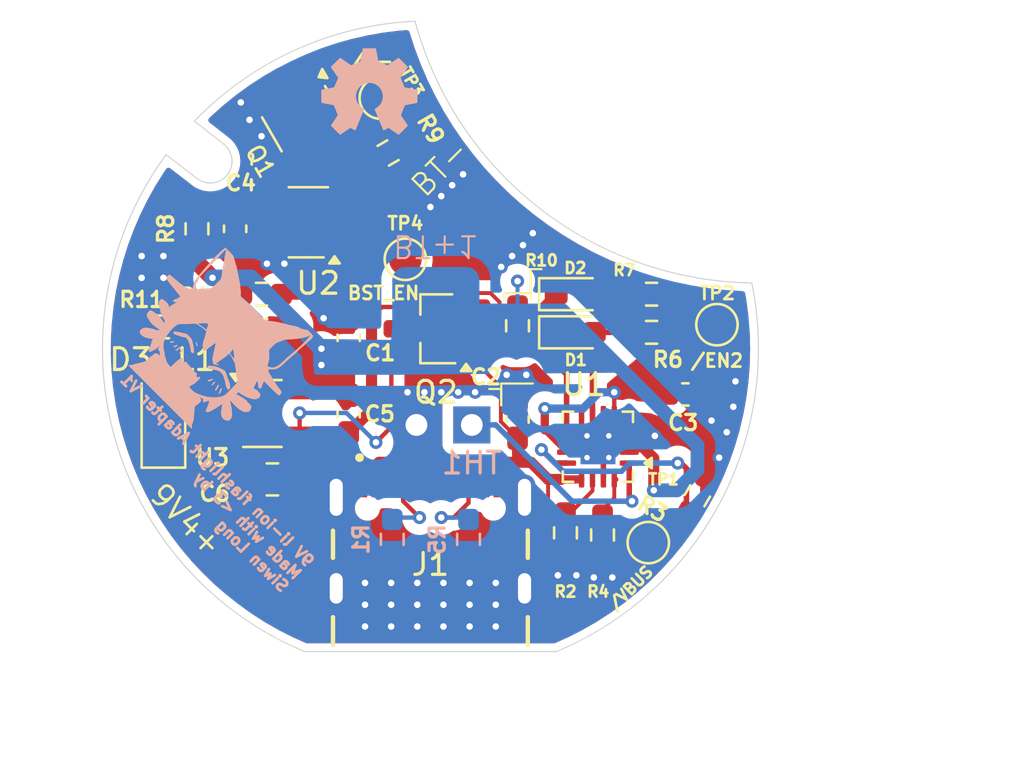
<source format=kicad_pcb>
(kicad_pcb (version 20241229) (generator "pcbnew") (generator_version "9.0")
  (layers (0 "F.Cu" signal) (2 "B.Cu" signal) (13 "F.Paste" user) (15 "B.Paste" user) (5 "F.SilkS" user "F.Silkscreen") (7 "B.SilkS" user "B.Silkscreen") (1 "F.Mask" user) (3 "B.Mask" user) (25 "Edge.Cuts" user))
  (net 0 "")
  (net 1 "Net-(D3-K)")
  (net 2 "/BAT")
  (net 3 "GND")
  (net 4 "/VBUS")
  (net 5 "/EN2")
  (net 6 "Net-(U2-VCC)")
  (net 7 "Net-(D1-A)")
  (net 8 "Net-(D1-K)")
  (net 9 "Net-(D2-A)")
  (net 10 "Net-(D2-K)")
  (net 11 "Net-(D3-A)")
  (net 12 "Net-(J1-CC2)")
  (net 15 "Net-(J1-CC1)")
  (net 20 "Net-(U1-TMR)")
  (net 21 "Net-(U1-ILIM)")
  (net 22 "Net-(U1-ISET)")
  (net 23 "Net-(U2-CS)")
  (net 24 "Net-(U3-FB)")
  (net 25 "/TS")
  (net 27 "Net-(U2-OD)")
  (net 29 "Net-(U2-OC)")
  (net 30 "Net-(Q2-D)")
  (net 31 "/P-")
  (footprint "LED_SMD:LED_0603_1608Metric_Pad1.05x0.95mm_HandSolder" (layer "F.Cu") (at 152.15 91)
    (property "Reference" "D2" (at 0 -1.2 0) (layer "F.SilkS") (effects (font (size 0.508 0.508) (thickness 0.127))))
    (property "Value" "GREEN")
    (pad "1" smd roundrect (at -0.875 0) (size 1.05 0.95) (layers "F.Cu" "F.Mask" "F.Paste") (net 10 "Net-(D2-K)"))
    (pad "2" smd roundrect (at 0.875 0) (size 1.05 0.95) (layers "F.Cu" "F.Mask" "F.Paste") (net 9 "Net-(D2-A)"))
  )
  (footprint "Package_TO_SOT_SMD:SOT-23-6_Handsoldering" (layer "F.Cu") (at 139.9 87.7 180)
    (property "Reference" "U2" (at -0.45 -2.8 0) (layer "F.SilkS"))
    (property "Value" "DW01A")
    (pad "1" smd roundrect (at -1.35 -0.95 180) (size 1.56 0.65) (layers "F.Cu" "F.Mask" "F.Paste") (net 27 "Net-(U2-OD)"))
    (pad "2" smd roundrect (at -1.35 0 180) (size 1.56 0.65) (layers "F.Cu" "F.Mask" "F.Paste") (net 23 "Net-(U2-CS)"))
    (pad "3" smd roundrect (at -1.35 0.95 180) (size 1.56 0.65) (layers "F.Cu" "F.Mask" "F.Paste") (net 29 "Net-(U2-OC)"))
    (pad "4" smd roundrect (at 1.35 0.95 180) (size 1.56 0.65) (layers "F.Cu" "F.Mask" "F.Paste"))
    (pad "5" smd roundrect (at 1.35 0 180) (size 1.56 0.65) (layers "F.Cu" "F.Mask" "F.Paste") (net 6 "Net-(U2-VCC)"))
    (pad "6" smd roundrect (at 1.35 -0.95 180) (size 1.56 0.65) (layers "F.Cu" "F.Mask" "F.Paste") (net 3 "GND"))
  )
  (footprint "LED_SMD:LED_0603_1608Metric_Pad1.05x0.95mm_HandSolder" (layer "F.Cu") (at 152.15 92.75)
    (property "Reference" "D1" (at 0.02125 1.27 0) (layer "F.SilkS") (effects (font (size 0.508 0.508) (thickness 0.127) (bold yes))))
    (property "Value" "RED")
    (pad "1" smd roundrect (at -0.875 0) (size 1.05 0.95) (layers "F.Cu" "F.Mask" "F.Paste") (net 8 "Net-(D1-K)"))
    (pad "2" smd roundrect (at 0.875 0) (size 1.05 0.95) (layers "F.Cu" "F.Mask" "F.Paste") (net 7 "Net-(D1-A)"))
  )
  (footprint "Inductor_SMD:L_1008_2520Metric_Pad1.43x2.20mm_HandSolder" (layer "F.Cu") (at 137.75 93.25 180)
    (property "Reference" "L1" (at 3 -0.75 180) (layer "F.SilkS"))
    (property "Value" "4.7uH")
    (pad "1" smd roundrect (at -1.1625 0 180) (size 1.425 2.2) (layers "F.Cu" "F.Mask" "F.Paste") (roundrect_rratio 0.175439) (net 2 "/BAT"))
    (pad "2" smd roundrect (at 1.1625 0 180) (size 1.425 2.2) (layers "F.Cu" "F.Mask" "F.Paste") (roundrect_rratio 0.175439) (net 11 "Net-(D3-A)"))
  )
  (footprint "Package_TO_SOT_SMD:TSOT-23-5_HandSoldering" (layer "F.Cu") (at 137.79 96.45)
    (property "Reference" "U3" (at -2.29 2.05 0) (layer "F.SilkS") (effects (font (size 0.762 0.762))))
    (property "Value" "MIC2295YD5-TR")
    (pad "1" smd roundrect (at -1.71 -0.95) (size 2 0.65) (layers "F.Cu" "F.Mask" "F.Paste") (net 11 "Net-(D3-A)"))
    (pad "2" smd roundrect (at -1.71 0) (size 2 0.65) (layers "F.Cu" "F.Mask" "F.Paste") (net 31 "/P-"))
    (pad "3" smd roundrect (at -1.71 0.95) (size 2 0.65) (layers "F.Cu" "F.Mask" "F.Paste") (net 24 "Net-(U3-FB)"))
    (pad "4" smd roundrect (at 1.71 0.95) (size 2 0.65) (layers "F.Cu" "F.Mask" "F.Paste") (net 30 "Net-(Q2-D)"))
    (pad "5" smd roundrect (at 1.71 -0.95) (size 2 0.65) (layers "F.Cu" "F.Mask" "F.Paste") (net 2 "/BAT"))
  )
  (footprint "Capacitor_SMD:C_0603_1608Metric_Pad1.08x0.95mm_HandSolder" (layer "F.Cu") (at 141.75 96.5 -90)
    (property "Reference" "C5" (at 0 -1.43 0) (layer "F.SilkS") (effects (font (size 0.7 0.7) (thickness 0.15) (bold yes))))
    (property "Value" "4.7 uF")
    (pad "1" smd roundrect (at -0.8625 0 270) (size 1.075 0.95) (layers "F.Cu" "F.Mask" "F.Paste") (net 2 "/BAT"))
    (pad "2" smd roundrect (at 0.8625 0 270) (size 1.075 0.95) (layers "F.Cu" "F.Mask" "F.Paste") (net 31 "/P-"))
  )
  (footprint "TestPoint:TestPoint_Pad_D1.5mm" (layer "F.Cu") (at 158.65 92.4)
    (property "Reference" "TP2" (at 0.01 -1.45 0) (layer "F.SilkS") (effects (font (size 0.6 0.6) (thickness 0.13) (bold yes))))
    (property "Value" "OUT")
    (fp_text user "${NET_NAME(1)}" (at 0 2 0) (layer "F.SilkS") (effects (font (size 0.6 0.6) (thickness 0.13) (bold yes)) (justify bottom)))
    (pad "1" smd circle (at 0 0) (size 1.5 1.5) (layers "F.Cu" "F.Mask") (net 5 "/EN2"))
  )
  (footprint "Package_DFN_QFN:VQFN-16-1EP_3x3mm_P0.5mm_EP1.6x1.6mm_ThermalVias" (layer "F.Cu") (at 153.1875 98 180)
    (property "Reference" "U1" (at 0.6375 2.85 0) (layer "F.SilkS"))
    (property "Value" "BQ24074RGT")
    (pad "1" smd roundrect (at -1.4375 -0.75 180) (size 0.875 0.25) (layers "F.Cu" "F.Mask" "F.Paste") (net 25 "/TS"))
    (pad "2" smd roundrect (at -1.4375 -0.25 180) (size 0.875 0.25) (layers "F.Cu" "F.Mask" "F.Paste") (net 2 "/BAT"))
    (pad "3" smd roundrect (at -1.4375 0.25 180) (size 0.875 0.25) (layers "F.Cu" "F.Mask" "F.Paste") (net 2 "/BAT"))
    (pad "4" smd roundrect (at -1.4375 0.75 180) (size 0.875 0.25) (layers "F.Cu" "F.Mask" "F.Paste") (net 3 "GND"))
    (pad "5" smd roundrect (at -0.75 1.4375 180) (size 0.25 0.875) (layers "F.Cu" "F.Mask" "F.Paste") (net 5 "/EN2"))
    (pad "6" smd roundrect (at -0.25 1.4375 180) (size 0.25 0.875) (layers "F.Cu" "F.Mask" "F.Paste") (net 3 "GND"))
    (pad "7" smd roundrect (at 0.25 1.4375 180) (size 0.25 0.875) (layers "F.Cu" "F.Mask" "F.Paste") (net 8 "Net-(D1-K)"))
    (pad "8" smd roundrect (at 0.75 1.4375 180) (size 0.25 0.875) (layers "F.Cu" "F.Mask" "F.Paste") (net 3 "GND"))
    (pad "9" smd roundrect (at 1.4375 0.75 180) (size 0.875 0.25) (layers "F.Cu" "F.Mask" "F.Paste") (net 10 "Net-(D2-K)"))
    (pad "10" smd roundrect (at 1.4375 0.25 180) (size 0.875 0.25) (layers "F.Cu" "F.Mask" "F.Paste") (net 5 "/EN2"))
    (pad "11" smd roundrect (at 1.4375 -0.25 180) (size 0.875 0.25) (layers "F.Cu" "F.Mask" "F.Paste") (net 5 "/EN2"))
    (pad "12" smd roundrect (at 1.4375 -0.75 180) (size 0.875 0.25) (layers "F.Cu" "F.Mask" "F.Paste") (net 21 "Net-(U1-ILIM)"))
    (pad "13" smd roundrect (at 0.75 -1.4375 180) (size 0.25 0.875) (layers "F.Cu" "F.Mask" "F.Paste") (net 4 "/VBUS"))
    (pad "14" smd roundrect (at 0.25 -1.4375 180) (size 0.25 0.875) (layers "F.Cu" "F.Mask" "F.Paste") (net 20 "Net-(U1-TMR)"))
    (pad "15" smd roundrect (at -0.25 -1.4375 180) (size 0.25 0.875) (layers "F.Cu" "F.Mask" "F.Paste") (net 3 "GND"))
    (pad "16" smd roundrect (at -0.75 -1.4375 180) (size 0.25 0.875) (layers "F.Cu" "F.Mask" "F.Paste") (net 22 "Net-(U1-ISET)"))
    (pad "17" thru_hole circle (at -0.5 -0.5 180) (size 0.508 0.508) (drill 0.254) (property pad_prop_heatsink) (layers "*.Cu") (net 3 "GND"))
    (pad "17" thru_hole circle (at -0.5 0.5 180) (size 0.508 0.508) (drill 0.254) (property pad_prop_heatsink) (layers "*.Cu") (net 3 "GND"))
    (pad "17" smd rect (at 0 0 180) (size 1.6 1.6) (property pad_prop_heatsink) (layers "F.Cu" "F.Mask") (net 3 "GND"))
    (pad "17" smd rect (at 0 0 180) (size 1.6 1.6) (property pad_prop_heatsink) (layers "B.Cu") (net 3 "GND"))
    (pad "17" thru_hole circle (at 0.5 -0.5 180) (size 0.508 0.508) (drill 0.254) (property pad_prop_heatsink) (layers "*.Cu") (net 3 "GND"))
    (pad "17" thru_hole circle (at 0.5 0.5 180) (size 0.508 0.508) (drill 0.254) (property pad_prop_heatsink) (layers "*.Cu") (net 3 "GND"))
  )
  (footprint "Resistor_SMD:R_0603_1608Metric_Pad0.98x0.95mm_HandSolder" (layer "F.Cu") (at 149.5 92.45 -90)
    (property "Reference" "R10" (at -3 -1.1 180) (layer "F.SilkS") (effects (font (size 0.508 0.508) (thickness 0.127) (bold yes))))
    (property "Value" "10k")
    (pad "1" smd roundrect (at -0.9125 0 270) (size 0.975 0.95) (layers "F.Cu" "F.Mask" "F.Paste") (net 2 "/BAT"))
    (pad "2" smd roundrect (at 0.9125 0 270) (size 0.975 0.95) (layers "F.Cu" "F.Mask" "F.Paste") (net 30 "Net-(Q2-D)"))
  )
  (footprint "TestPoint:TestPoint_Pad_D1.5mm" (layer "F.Cu") (at 155.5 102.4)
    (property "Reference" "TP1" (at 0.7 -2.9 0) (layer "F.SilkS") (effects (font (size 0.508 0.508) (thickness 0.127) (bold yes))))
    (property "Value" "VBUS")
    (fp_text user "${NET_NAME(1)}" (at -0.6 2.3 45) (layer "F.SilkS") (effects (font (size 0.508 0.508) (thickness 0.127) (bold yes)) (justify bottom)))
    (pad "1" smd circle (at 0 0) (size 1.5 1.5) (layers "F.Cu" "F.Mask") (net 4 "/VBUS"))
  )
  (footprint "Resistor_SMD:R_0603_1608Metric_Pad0.98x0.95mm_HandSolder" (layer "F.Cu") (at 143.56 84.52 30)
    (property "Reference" "R9" (at 2.23875 0.022372 120) (layer "F.SilkS") (effects (font (size 0.7 0.7))))
    (property "Value" "2kΩ")
    (pad "1" smd roundrect (at -0.912501 0 30) (size 0.975 0.95) (layers "F.Cu" "F.Mask" "F.Paste") (net 23 "Net-(U2-CS)"))
    (pad "2" smd roundrect (at 0.912501 0 30) (size 0.975 0.95) (layers "F.Cu" "F.Mask" "F.Paste") (net 31 "/P-"))
  )
  (footprint "Capacitor_SMD:C_0603_1608Metric_Pad1.08x0.95mm_HandSolder" (layer "F.Cu") (at 149.5 96.75 90)
    (property "Reference" "C2" (at 1.95 -1.45 180) (layer "F.SilkS") (effects (font (size 0.7 0.7) (thickness 0.15) (bold yes))))
    (property "Value" "1uF")
    (pad "1" smd roundrect (at -0.8625 0 90) (size 1.075 0.95) (layers "F.Cu" "F.Mask" "F.Paste") (net 4 "/VBUS"))
    (pad "2" smd roundrect (at 0.8625 0 90) (size 1.075 0.95) (layers "F.Cu" "F.Mask" "F.Paste") (net 3 "GND"))
  )
  (footprint "Package_TO_SOT_SMD:SOT-23_Handsoldering" (layer "F.Cu") (at 145.8 92.5875 180)
    (property "Reference" "Q2" (at 0.05 -2.9125 0) (layer "F.SilkS"))
    (property "Value" "Q_NMOS_GSD")
    (pad "1" smd roundrect (at -1.5 -0.95 180) (size 1.9 0.8) (layers "F.Cu" "F.Mask" "F.Paste") (net 4 "/VBUS"))
    (pad "2" smd roundrect (at -1.5 0.95 180) (size 1.9 0.8) (layers "F.Cu" "F.Mask" "F.Paste") (net 31 "/P-"))
    (pad "3" smd roundrect (at 1.5 0 180) (size 1.9 0.8) (layers "F.Cu" "F.Mask" "F.Paste") (net 30 "Net-(Q2-D)"))
  )
  (footprint "Package_TO_SOT_SMD:SOT-23-6_Handsoldering" (layer "F.Cu") (at 139.62 82.86 -60)
    (property "Reference" "Q1" (at 0.806692 2.682769 120) (layer "F.SilkS") (effects (font (size 0.762 0.762) (thickness 0.127))))
    (property "Value" "FS8205A")
    (pad "1" smd roundrect (at -1.35 -0.95 300) (size 1.56 0.65) (layers "F.Cu" "F.Mask" "F.Paste"))
    (pad "2" smd roundrect (at -1.35 0 300) (size 1.56 0.65) (layers "F.Cu" "F.Mask" "F.Paste") (net 3 "GND"))
    (pad "3" smd roundrect (at -1.35 0.95 300) (size 1.56 0.65) (layers "F.Cu" "F.Mask" "F.Paste") (net 3 "GND"))
    (pad "4" smd roundrect (at 1.35 0.95 300) (size 1.56 0.65) (layers "F.Cu" "F.Mask" "F.Paste") (net 27 "Net-(U2-OD)"))
    (pad "5" smd roundrect (at 1.35 0 300) (size 1.56 0.65) (layers "F.Cu" "F.Mask" "F.Paste") (net 29 "Net-(U2-OC)"))
    (pad "6" smd roundrect (at 1.35 -0.95 300) (size 1.56 0.65) (layers "F.Cu" "F.Mask" "F.Paste") (net 31 "/P-"))
  )
  (footprint "Resistor_SMD:R_0603_1608Metric_Pad0.98x0.95mm_HandSolder" (layer "F.Cu") (at 155.65 92.75)
    (property "Reference" "R6" (at 0.75 1.25 0) (layer "F.SilkS") (effects (font (size 0.7 0.7))))
    (property "Value" "120Ω")
    (pad "1" smd roundrect (at -0.9125 0) (size 0.975 0.95) (layers "F.Cu" "F.Mask" "F.Paste") (net 7 "Net-(D1-A)"))
    (pad "2" smd roundrect (at 0.9125 0) (size 0.975 0.95) (layers "F.Cu" "F.Mask" "F.Paste") (net 5 "/EN2"))
  )
  (footprint "Diode_SMD:D_SOD-123F" (layer "F.Cu") (at 133.25 96.75 90)
    (property "Reference" "D3" (at 2.75 -1.5 0) (layer "F.SilkS"))
    (property "Value" "D_Schottky")
    (pad "1" smd roundrect (at -1.399999 0 90) (size 1.1 1.1) (layers "F.Cu" "F.Mask" "F.Paste") (roundrect_rratio 0.2272727273) (net 1 "Net-(D3-K)"))
    (pad "2" smd roundrect (at 1.399999 0 90) (size 1.1 1.1) (layers "F.Cu" "F.Mask" "F.Paste") (roundrect_rratio 0.2272727273) (net 11 "Net-(D3-A)"))
  )
  (footprint "Capacitor_SMD:C_0603_1608Metric_Pad1.08x0.95mm_HandSolder" (layer "F.Cu") (at 141.75 93 90)
    (property "Reference" "C1" (at -0.7 1.45 0) (layer "F.SilkS") (effects (font (size 0.7 0.7) (thickness 0.15) (bold yes))))
    (property "Value" "4.7 uF")
    (pad "1" smd roundrect (at -0.8625 0 90) (size 1.075 0.95) (layers "F.Cu" "F.Mask" "F.Paste") (net 2 "/BAT"))
    (pad "2" smd roundrect (at 0.8625 0 90) (size 1.075 0.95) (layers "F.Cu" "F.Mask" "F.Paste") (net 3 "GND"))
  )
  (footprint "Resistor_SMD:R_0603_1608Metric_Pad0.98x0.95mm_HandSolder" (layer "F.Cu") (at 155.65 91)
    (property "Reference" "R7" (at -1.25 -1.1 0) (layer "F.SilkS") (effects (font (size 0.508 0.508) (thickness 0.127) (bold yes))))
    (property "Value" "120Ω")
    (pad "1" smd roundrect (at -0.9125 0) (size 0.975 0.95) (layers "F.Cu" "F.Mask" "F.Paste") (net 9 "Net-(D2-A)"))
    (pad "2" smd roundrect (at 0.9125 0) (size 0.975 0.95) (layers "F.Cu" "F.Mask" "F.Paste") (net 5 "/EN2"))
  )
  (footprint "pads:4mm_by_4mm_pad" (layer "F.Cu") (at 138 102.75)
    (property "Reference" "9V4+" (at -3.7 -1.4 315) (layer "F.SilkS") (effects (font (thickness 0.125))))
    (property "Value" "9V")
    (pad "1" smd roundrect (at 0 0) (size 4 4) (layers "F.Cu" "F.Mask" "F.Paste") (roundrect_rratio 0.15) (net 1 "Net-(D3-K)"))
  )
  (footprint "TestPoint:TestPoint_Pad_D1.5mm" (layer "F.Cu") (at 144.35 89.4)
    (property "Reference" "TP4" (at 0 -1.648 0) (layer "F.SilkS") (effects (font (size 0.6 0.6) (thickness 0.13) (bold yes))))
    (property "Value" "BST EN")
    (fp_text user "BST_EN" (at -1 1.9 0) (layer "F.SilkS") (effects (font (size 0.6 0.6) (thickness 0.13) (bold yes)) (justify bottom)))
    (pad "1" smd circle (at 0 0) (size 1.5 1.5) (layers "F.Cu" "F.Mask") (net 30 "Net-(Q2-D)"))
  )
  (footprint "Resistor_SMD:R_0603_1608Metric_Pad0.98x0.95mm_HandSolder" (layer "F.Cu") (at 151.7 101.95 -90)
    (property "Reference" "R2" (at 2.7 0 180) (layer "F.SilkS") (effects (font (size 0.508 0.508) (thickness 0.127) (bold yes))))
    (property "Value" "51k")
    (pad "1" smd roundrect (at -0.9125 0 270) (size 0.975 0.95) (layers "F.Cu" "F.Mask" "F.Paste") (net 20 "Net-(U1-TMR)"))
    (pad "2" smd roundrect (at 0.9125 0 270) (size 0.975 0.95) (layers "F.Cu" "F.Mask" "F.Paste") (net 3 "GND"))
  )
  (footprint "Resistor_SMD:R_0603_1608Metric_Pad0.98x0.95mm_HandSolder" (layer "F.Cu") (at 133.25 92.5)
    (property "Reference" "R11" (at -1 -1.25 0) (layer "F.SilkS") (effects (font (size 0.7 0.7))))
    (property "Value" "28k")
    (pad "1" smd roundrect (at -0.9125 0) (size 0.975 0.95) (layers "F.Cu" "F.Mask" "F.Paste") (net 1 "Net-(D3-K)"))
    (pad "2" smd roundrect (at 0.9125 0) (size 0.975 0.95) (layers "F.Cu" "F.Mask" "F.Paste") (net 24 "Net-(U3-FB)"))
  )
  (footprint "Resistor_SMD:R_0603_1608Metric_Pad0.98x0.95mm_HandSolder" (layer "F.Cu") (at 134.79 88 90)
    (property "Reference" "R8" (at 0 -1.43 90) (layer "F.SilkS") (effects (font (size 0.7 0.7))))
    (property "Value" "470Ω")
    (pad "1" smd roundrect (at -0.9125 0 90) (size 0.975 0.95) (layers "F.Cu" "F.Mask" "F.Paste") (net 2 "/BAT"))
    (pad "2" smd roundrect (at 0.9125 0 90) (size 0.975 0.95) (layers "F.Cu" "F.Mask" "F.Paste") (net 6 "Net-(U2-VCC)"))
  )
  (footprint "Resistor_SMD:R_0603_1608Metric_Pad0.98x0.95mm_HandSolder" (layer "F.Cu") (at 153.4 102.05 -90)
    (property "Reference" "R4" (at 2.6 0.2 180) (layer "F.SilkS") (effects (font (size 0.508 0.508) (thickness 0.127) (bold yes))))
    (property "Value" "590Ω")
    (pad "1" smd roundrect (at -0.9125 0 270) (size 0.975 0.95) (layers "F.Cu" "F.Mask" "F.Paste") (net 22 "Net-(U1-ISET)"))
    (pad "2" smd roundrect (at 0.9125 0 270) (size 0.975 0.95) (layers "F.Cu" "F.Mask" "F.Paste") (net 3 "GND"))
  )
  (footprint "Capacitor_SMD:C_0805_2012Metric_Pad1.18x1.45mm_HandSolder" (layer "F.Cu") (at 138.25 99.5)
    (property "Reference" "C6" (at -2.65 0.65 0) (layer "F.SilkS") (effects (font (size 0.7 0.7))))
    (property "Value" "10uF")
    (pad "1" smd roundrect (at -1.0375 0) (size 1.175 1.45) (layers "F.Cu" "F.Mask" "F.Paste") (roundrect_rratio 0.212766) (net 1 "Net-(D3-K)"))
    (pad "2" smd roundrect (at 1.0375 0) (size 1.175 1.45) (layers "F.Cu" "F.Mask" "F.Paste") (roundrect_rratio 0.212766) (net 31 "/P-"))
  )
  (footprint "pads:3mm_by_4mm_pad" (layer "F.Cu") (at 147.5 88 90)
    (property "Reference" "BT-" (at 2.8 -1.55 45) (layer "F.SilkS") (effects (font (thickness 0.1))))
    (property "Value" "BATT-")
    (pad "1" smd roundrect (at 0 0 135) (size 3 4) (layers "F.Cu" "F.Mask" "F.Paste") (roundrect_rratio 0.15) (net 3 "GND"))
  )
  (footprint "TestPoint:TestPoint_Pad_D1.5mm" (layer "F.Cu") (at 143.2 82)
    (property "Reference" "TP3" (at 1.45 -0.75 300) (layer "F.SilkS") (effects (font (size 0.508 0.508) (thickness 0.127) (bold yes))))
    (property "Value" "P+ & BATT+")
    (fp_text user "${NET_NAME(1)}" (at -0.4 -1.35 0) (layer "F.SilkS") (effects (font (size 0.6 0.6) (thickness 0.13) (bold yes)) (justify bottom)))
    (pad "1" smd circle (at 0 0) (size 1.5 1.5) (layers "F.Cu" "F.Mask") (net 31 "/P-"))
  )
  (footprint "Capacitor_SMD:C_0603_1608Metric_Pad1.08x0.95mm_HandSolder" (layer "F.Cu") (at 136.54 88 -90)
    (property "Reference" "C4" (at -2.1 -0.26 180) (layer "F.SilkS") (effects (font (size 0.7 0.7) (thickness 0.15) (bold yes))))
    (property "Value" "0.1uF")
    (pad "1" smd roundrect (at -0.8625 0 270) (size 1.075 0.95) (layers "F.Cu" "F.Mask" "F.Paste") (net 6 "Net-(U2-VCC)"))
    (pad "2" smd roundrect (at 0.8625 0 270) (size 1.075 0.95) (layers "F.Cu" "F.Mask" "F.Paste") (net 3 "GND"))
  )
  (footprint "Capacitor_SMD:C_0603_1608Metric_Pad1.08x0.95mm_HandSolder" (layer "F.Cu") (at 157.2 95.6)
    (property "Reference" "C3" (at -0.1 1.3 180) (layer "F.SilkS") (effects (font (size 0.7 0.7) (thickness 0.15) (bold yes))))
    (property "Value" "4.7 uF")
    (pad "1" smd roundrect (at -0.8625 0) (size 1.075 0.95) (layers "F.Cu" "F.Mask" "F.Paste") (net 5 "/EN2"))
    (pad "2" smd roundrect (at 0.8625 0) (size 1.075 0.95) (layers "F.Cu" "F.Mask" "F.Paste") (net 3 "GND"))
  )
  (footprint "USB4105_GF_A:GCT_USB4105-GF-A" (layer "F.Cu") (at 145.5 104.5)
    (property "Reference" "J1" (at 0 -1.1 0) (layer "F.SilkS"))
    (property "Value" "USB4105-GF-A")
    (pad "" np_thru_hole circle (at -2.89 -3.68) (size 0.65 0.65) (drill 0.65) (layers "*.Cu" "*.Mask"))
    (pad "" np_thru_hole circle (at 2.89 -3.68) (size 0.65 0.65) (drill 0.65) (layers "*.Cu" "*.Mask"))
    (pad "A1_B12" smd rect (at -3.2 -4.755) (size 0.6 1.15) (layers "F.Cu" "F.Paste") (net 3 "GND"))
    (pad "A4_B9" smd rect (at -2.4 -4.755) (size 0.6 1.15) (layers "F.Cu" "F.Paste") (net 4 "/VBUS"))
    (pad "A5" smd rect (at -1.25 -4.755) (size 0.3 1.15) (layers "F.Cu" "F.Paste") (net 15 "Net-(J1-CC1)"))
    (pad "A6" smd rect (at -0.25 -4.755) (size 0.3 1.15) (layers "F.Cu" "F.Paste"))
    (pad "A7" smd rect (at 0.25 -4.755) (size 0.3 1.15) (layers "F.Cu" "F.Paste"))
    (pad "A8" smd rect (at 1.25 -4.755) (size 0.3 1.15) (layers "F.Cu" "F.Paste"))
    (pad "B1_A12" smd rect (at 3.2 -4.755) (size 0.6 1.15) (layers "F.Cu" "F.Paste") (net 3 "GND"))
    (pad "B4_A9" smd rect (at 2.4 -4.755) (size 0.6 1.15) (layers "F.Cu" "F.Paste") (net 4 "/VBUS"))
    (pad "B5" smd rect (at 1.75 -4.755) (size 0.3 1.15) (layers "F.Cu" "F.Paste") (net 12 "Net-(J1-CC2)"))
    (pad "B6" smd rect (at 0.75 -4.755) (size 0.3 1.15) (layers "F.Cu" "F.Paste"))
    (pad "B7" smd rect (at -0.75 -4.755) (size 0.3 1.15) (layers "F.Cu" "F.Paste"))
    (pad "B8" smd rect (at -1.75 -4.755) (size 0.3 1.15) (layers "F.Cu" "F.Paste"))
    (pad "SH1" thru_hole oval (at -4.32 -4.18) (size 1 2.1) (drill oval 0.6 1.7) (layers "*.Cu" "*.Mask") (net 3 "GND"))
    (pad "SH2" thru_hole oval (at 4.32 -4.18) (size 1 2.1) (drill oval 0.6 1.7) (layers "*.Cu" "*.Mask") (net 3 "GND"))
    (pad "SH3" thru_hole oval (at -4.32 0) (size 1 1.8) (drill oval 0.6 1.4) (layers "*.Cu" "*.Mask") (net 3 "GND"))
    (pad "SH4" thru_hole oval (at 4.32 0) (size 1 1.8) (drill oval 0.6 1.4) (layers "*.Cu" "*.Mask") (net 3 "GND"))
  )
  (footprint "Resistor_SMD:R_0603_1608Metric_Pad0.98x0.95mm_HandSolder" (layer "F.Cu") (at 137.75 91)
    (property "Reference" "R12" (at -2.75 0.1 0) (layer "F.SilkS") (effects (font (size 0.7 0.7))))
    (property "Value" "4.3k")
    (pad "1" smd roundrect (at -0.9125 0) (size 0.975 0.95) (layers "F.Cu" "F.Mask" "F.Paste") (net 24 "Net-(U3-FB)"))
    (pad "2" smd roundrect (at 0.9125 0) (size 0.975 0.95) (layers "F.Cu" "F.Mask" "F.Paste") (net 31 "/P-"))
  )
  (footprint "Resistor_SMD:R_0603_1608Metric_Pad0.98x0.95mm_HandSolder" (layer "F.Cu") (at 157.75 100.25 60)
    (property "Reference" "R3" (at -1.544615 -1.475352 150) (layer "F.SilkS") (effects (font (size 0.7 0.7))))
    (property "Value" "1.1kΩ")
    (pad "1" smd roundrect (at -0.9125 0 60) (size 0.975 0.95) (layers "F.Cu" "F.Mask" "F.Paste") (net 21 "Net-(U1-ILIM)"))
    (pad "2" smd roundrect (at 0.9125 0 60) (size 0.975 0.95) (layers "F.Cu" "F.Mask" "F.Paste") (net 3 "GND"))
  )
  (footprint "pads:4mm_by_4mm_pad" (layer "B.Cu") (at 145.75 91.75)
    (property "Reference" "BT+1" (at 0 -2.95 180) (layer "B.SilkS") (effects (font (thickness 0.1)) (justify mirror)))
    (property "Value" "BATT+")
    (pad "1" smd roundrect (at 0 0) (size 4 4) (layers "B.Cu" "B.Mask" "B.Paste") (roundrect_rratio 0.15) (net 2 "/BAT"))
  )
  (footprint "Resistor_SMD:R_0603_1608Metric_Pad0.98x0.95mm_HandSolder" (layer "B.Cu") (at 143.75 102.25 -90)
    (property "Reference" "R1" (at 0 1.43 90) (layer "B.SilkS") (effects (font (size 0.7 0.7)) (justify mirror)))
    (property "Value" "10k")
    (pad "1" smd roundrect (at -0.9125 0 270) (size 0.975 0.95) (layers "B.Cu" "B.Mask" "B.Paste") (net 15 "Net-(J1-CC1)"))
    (pad "2" smd roundrect (at 0.9125 0 270) (size 0.975 0.95) (layers "B.Cu" "B.Mask" "B.Paste") (net 3 "GND"))
  )
  (footprint "LOGO" (layer "B.Cu") (at 142.7 81.7 180)
    (property "Reference" "G***" (hide yes))
    (property "Value" "LOGO" (hide yes))
  )
  (footprint "Connector_PinHeader_2.54mm:PinHeader_1x02_P2.54mm_Vertical" (layer "B.Cu") (at 147.4 97 90)
    (property "Reference" "TH1" (at -1.75 0 0) (layer "B.SilkS") (effects (justify mirror)))
    (property "Value" "10K")
    (pad "1" thru_hole rect (at 0 0 90) (size 1.7 1.7) (drill 1) (layers "*.Cu" "*.Mask") (net 25 "/TS"))
    (pad "2" thru_hole circle (at 0 -2.54 90) (size 1.7 1.7) (drill 1) (layers "*.Cu" "*.Mask") (net 3 "GND"))
  )
  (footprint "Resistor_SMD:R_0603_1608Metric_Pad0.98x0.95mm_HandSolder" (layer "B.Cu") (at 147.25 102.25 -90)
    (property "Reference" "R5" (at 0 1.43 90) (layer "B.SilkS") (effects (font (size 0.7 0.7)) (justify mirror)))
    (property "Value" "10k")
    (pad "1" smd roundrect (at -0.9125 0 270) (size 0.975 0.95) (layers "B.Cu" "B.Mask" "B.Paste") (net 12 "Net-(J1-CC2)"))
    (pad "2" smd roundrect (at 0.9125 0 270) (size 0.975 0.95) (layers "B.Cu" "B.Mask" "B.Paste") (net 3 "GND"))
  )
  (footprint "LOGO" (layer "B.Cu") (at 135.6 93.3 135)
    (property "Reference" "G***" (hide yes))
    (property "Value" "LOGO" (hide yes))
  )
  (gr_line (start 150.1 90.95) (end 148.9 90.95) (stroke (width 0.1)) (layer "F.SilkS"))
  (gr_line (start 148.75 95.1) (end 148.75 95.35) (stroke (width 0.1)) (layer "F.SilkS"))
  (gr_line (start 148.75 95.35) (end 148.75 96.1) (stroke (width 0.1)) (layer "F.SilkS"))
  (gr_line (start 150.1 89.85) (end 150.1 90.95) (stroke (width 0.1)) (layer "F.SilkS"))
  (gr_line (start 148.2 95.35) (end 148.75 95.35) (stroke (width 0.1)) (layer "F.SilkS"))
  (gr_line (start 148.75 95.1) (end 150.2 95.1) (stroke (width 0.1)) (layer "F.SilkS"))
  (gr_line (start 150.1 90.95) (end 150.1 91.25) (stroke (width 0.1)) (layer "F.SilkS"))
  (gr_line (start 150.6 89.85) (end 150.1 89.85) (stroke (width 0.1)) (layer "F.SilkS"))
  (gr_line (start 148.75 96.1) (end 148.75 95.35) (stroke (width 0.1)) (layer "F.SilkS"))
  (gr_line (start 148.9 90.95) (end 148.9 91.3) (stroke (width 0.1)) (layer "F.SilkS"))
  (gr_arc (start 136.01 84.11) (mid 136.206465 85.48806) (end 134.834324 85.72232) (stroke (width 0.05)) (layer "Edge.Cuts"))
  (gr_arc (start 134.67 83.06) (mid 139.293967 79.797167) (end 144.796313 78.473781) (stroke (width 0.05)) (layer "Edge.Cuts"))
  (gr_line (start 136.01 84.11) (end 134.67 83.06) (stroke (width 0.05)) (layer "Edge.Cuts"))
  (gr_arc (start 139.730425 107.398976) (mid 131.006492 97.546067) (end 133.37 84.6) (stroke (width 0.05)) (layer "Edge.Cuts"))
  (gr_arc (start 160.248489 90.483086) (mid 158.800426 100.551123) (end 151.280111 107.4) (stroke (width 0.05)) (layer "Edge.Cuts"))
  (gr_line (start 134.833246 85.723887) (end 133.37 84.6) (stroke (width 0.05)) (layer "Edge.Cuts"))
  (gr_line (start 151.280111 107.4) (end 139.730425 107.398975) (stroke (width 0.05)) (layer "Edge.Cuts"))
  (gr_arc (start 160.248481 90.483086) (mid 150.512821 87.059539) (end 144.796022 78.467568) (stroke (width 0.05)) (layer "Edge.Cuts"))
  (gr_text "9V li-ion flashlight Adapter V1\nMade with <3 by\nSiwen Long" (at 138.7 104.8 315) (layer "B.SilkS") (effects (font (size 0.508 0.508) (thickness 0.127)) (justify left bottom mirror)))
  (segment (start 138 102.75) (end 138 100.2875) (width 0.508) (layer "F.Cu") (net 1))
  (segment (start 134.600001 99.5) (end 133.25 98.149999) (width 0.508) (layer "F.Cu") (net 1))
  (segment (start 137.2125 99.5) (end 134.600001 99.5) (width 0.508) (layer "F.Cu") (net 1))
  (segment (start 131.5 93.3375) (end 131.5 96.399999) (width 0.508) (layer "F.Cu") (net 1))
  (segment (start 131.5 96.399999) (end 133.25 98.149999) (width 0.508) (layer "F.Cu") (net 1))
  (segment (start 132.3375 92.5) (end 131.5 93.3375) (width 0.508) (layer "F.Cu") (net 1))
  (segment (start 138 100.2875) (end 137.2125 99.5) (width 0.508) (layer "F.Cu") (net 1))
  (segment (start 154.625 98.25) (end 154.625 98) (width 0.254) (layer "F.Cu") (net 2))
  (segment (start 149.5 91.5375) (end 149.5 90.4) (width 0.1778) (layer "F.Cu") (net 2))
  (segment (start 155.75 98.524308) (end 155.75 100) (width 0.508) (layer "F.Cu") (net 2))
  (segment (start 138.5 95.5) (end 138.5 93.8375) (width 0.5) (layer "F.Cu") (net 2))
  (segment (start 155.225692 98) (end 155.75 98.524308) (width 0.508) (layer "F.Cu") (net 2))
  (segment (start 154.625 98) (end 154.625 97.75) (width 0.254) (layer "F.Cu") (net 2))
  (segment (start 134.79 88.9125) (end 134.79 89.54) (width 0.762) (layer "F.Cu") (net 2))
  (segment (start 154.625 98) (end 155.225692 98) (width 0.508) (layer "F.Cu") (net 2))
  (segment (start 134.79 89.54) (end 135.5 90.25) (width 0.762) (layer "F.Cu") (net 2))
  (via (at 149.5 90.4) (size 0.6) (drill 0.3) (layers "F.Cu" "B.Cu") (net 2))
  (via (at 140.5 94.25) (size 0.6) (drill 0.3) (layers "F.Cu" "B.Cu") (net 2))
  (via (at 135.5 90.25) (size 0.6) (drill 0.3) (layers "F.Cu" "B.Cu") (net 2))
  (via (at 140.5 93.5) (size 0.6) (drill 0.3) (layers "F.Cu" "B.Cu") (net 2))
  (via (at 155.75 100) (size 0.6) (drill 0.3) (layers "F.Cu" "B.Cu") (net 2))
  (segment (start 149.5 90.4) (end 149.5 91.6) (width 0.1778) (layer "B.Cu") (net 2))
  (segment (start 137.25 90.25) (end 140.5 93.5) (width 0.762) (layer "B.Cu") (net 2))
  (segment (start 135.5 90.25) (end 137.25 90.25) (width 0.762) (layer "B.Cu") (net 2))
  (segment (start 155.75 100) (end 156.817732 100) (width 0.635) (layer "B.Cu") (net 2))
  (segment (start 149.65 91.75) (end 145.75 91.75) (width 0.635) (layer "B.Cu") (net 2))
  (segment (start 140.5 93.5) (end 140.5 94.25) (width 0.762) (layer "B.Cu") (net 2))
  (segment (start 145.75 91.75) (end 144 93.5) (width 0.762) (layer "B.Cu") (net 2))
  (segment (start 156.817732 100) (end 157.755 99.062732) (width 0.635) (layer "B.Cu") (net 2))
  (segment (start 157.755 99.062732) (end 157.755 97.937268) (width 0.635) (layer "B.Cu") (net 2))
  (segment (start 151.567732 91.75) (end 149.65 91.75) (width 0.635) (layer "B.Cu") (net 2))
  (segment (start 149.5 91.6) (end 149.65 91.75) (width 0.1778) (layer "B.Cu") (net 2))
  (segment (start 144 93.5) (end 140.5 93.5) (width 0.762) (layer "B.Cu") (net 2))
  (segment (start 157.755 97.937268) (end 151.567732 91.75) (width 0.635) (layer "B.Cu") (net 2))
  (segment (start 153.4375 99.4375) (end 153.4375 98.25) (width 0.254) (layer "F.Cu") (net 3))
  (segment (start 152.4375 96.999999) (end 152.6875 97.249999) (width 0.1778) (layer "F.Cu") (net 3))
  (segment (start 154.625 97.25) (end 154.675 97.2) (width 0.1524) (layer "F.Cu") (net 3))
  (segment (start 154.625 97.25) (end 155.25 97.25) (width 0.1524) (layer "F.Cu") (net 3))
  (segment (start 155.25 97.25) (end 155.3 97.2) (width 0.1524) (layer "F.Cu") (net 3))
  (segment (start 153.4375 97.75) (end 153.1875 98) (width 0.254) (layer "F.Cu") (net 3))
  (segment (start 155.05 96.85) (end 155.1 96.8) (width 0.1524) (layer "F.Cu") (net 3))
  (segment (start 153.6875 97.5) (end 153.1875 98) (width 0.254) (layer "F.Cu") (net 3))
  (segment (start 152.4375 96.5625) (end 152.4375 96.999999) (width 0.1778) (layer "F.Cu") (net 3))
  (segment (start 154.625 97.25) (end 154.65 97.25) (width 0.1524) (layer "F.Cu") (net 3))
  (segment (start 154.675 97.2) (end 155.3 97.2) (width 0.1524) (layer "F.Cu") (net 3))
  (segment (start 154.65 97.25) (end 155.05 96.85) (width 0.1524) (layer "F.Cu") (net 3))
  (segment (start 153.4375 98.25) (end 153.1875 98) (width 0.254) (layer "F.Cu") (net 3))
  (segment (start 152.6875 97.249999) (end 152.6875 97.5) (width 0.1778) (layer "F.Cu") (net 3))
  (segment (start 154.625 96.375) (end 154.625 97.25) (width 0.1524) (layer "F.Cu") (net 3))
  (segment (start 153.4375 96.5625) (end 153.4375 97.75) (width 0.254) (layer "F.Cu") (net 3))
  (segment (start 155.3 97.2) (end 155.4 97.1) (width 0.1524) (layer "F.Cu") (net 3))
  (segment (start 153.1875 97.749999) (end 153.1875 98) (width 0.254) (layer "F.Cu") (net 3))
  (via (at 147.3 105.25) (size 0.6) (drill 0.3) (layers "F.Cu" "B.Cu") (net 3))
  (via (at 159.4 96.166667) (size 0.6) (drill 0.3) (layers "F.Cu" "B.Cu") (net 3))
  (via (at 137.2 83) (size 0.6) (drill 0.3) (layers "F.Cu" "B.Cu") (net 3))
  (via (at 151.35 103.9) (size 0.6) (drill 0.3) (layers "F.Cu" "B.Cu") (net 3))
  (via (at 145.225 95.5) (size 0.6) (drill 0.3) (layers "F.Cu" "B.Cu") (net 3))
  (via (at 137.75 83.75) (size 0.6) (drill 0.3) (layers "F.Cu" "B.Cu") (net 3))
  (via (at 132.25 89.25) (size 0.6) (drill 0.3) (layers "F.Cu" "B.Cu") (net 3))
  (via (at 149.25 89.25) (size 0.6) (drill 0.3) (layers "F.Cu" "B.Cu") (net 3))
  (via (at 142.5 106.25) (size 0.6) (drill 0.3) (layers "F.Cu" "B.Cu") (net 3))
  (via (at 142.5 104.25) (size 0.6) (drill 0.3) (layers "F.Cu" "B.Cu") (net 3))
  (via (at 144.9 104.25) (size 0.6) (drill 0.3) (layers "F.Cu" "B.Cu") (net 3))
  (via (at 132.25 90.25) (size 0.6) (drill 0.3) (layers "F.Cu" "B.Cu") (net 3))
  (via (at 148.5 106.25) (size 0.6) (drill 0.3) (layers "F.Cu" "B.Cu") (net 3))
  (via (at 155.8 97.5) (size 0.6) (drill 0.3) (layers "F.Cu" "B.Cu") (net 3))
  (via (at 143.7 104.25) (size 0.6) (drill 0.3) (layers "F.Cu" "B.Cu") (net 3))
  (via (at 149 94.7) (size 0.6) (drill 0.3) (layers "F.Cu" "B.Cu") (net 3))
  (via (at 146 86.5) (size 0.6) (drill 0.3) (layers "F.Cu" "B.Cu") (net 3))
  (via (at 142.5 105.25) (size 0.6) (drill 0.3) (layers "F.Cu" "B.Cu") (net 3))
  (via (at 133.25 89.25) (size 0.6) (drill 0.3) (layers "F.Cu" "B.Cu") (net 3))
  (via (at 146.1 104.25) (size 0.6) (drill 0.3) (layers "F.Cu" "B.Cu") (net 3))
  (via (at 158.75 98.5) (size 0.6) (drill 0.3) (layers "F.Cu" "B.Cu") (net 3))
  (via (at 146.5 86) (size 0.6) (drill 0.3) (layers "F.Cu" "B.Cu") (net 3))
  (via (at 143.7 105.25) (size 0.6) (drill 0.3) (layers "F.Cu" "B.Cu") (net 3))
  (via (at 159.5 95) (size 0.6) (drill 0.3) (layers "F.Cu" "B.Cu") (net 3))
  (via (at 152.2 103.9) (size 0.6) (drill 0.3) (layers "F.Cu" "B.Cu") (net 3))
  (via (at 143.7 106.25) (size 0.6) (drill 0.3) (layers "F.Cu" "B.Cu") (net 3))
  (via (at 148.5 104.25) (size 0.6) (drill 0.3) (layers "F.Cu" "B.Cu") (net 3))
  (via (at 153 104) (size 0.6) (drill 0.3) (layers "F.Cu" "B.Cu") (net 3))
  (via (at 148.5 105.25) (size 0.6) (drill 0.3) (layers "F.Cu" "B.Cu") (net 3))
  (via (at 150.2 88.2) (size 0.6) (drill 0.3) (layers "F.Cu" "B.Cu") (net 3))
  (via (at 144.9 106.25) (size 0.6) (drill 0.3) (layers "F.Cu" "B.Cu") (net 3))
  (via (at 146.775 95.5) (size 0.6) (drill 0.3) (layers "F.Cu" "B.Cu") (net 3))
  (via (at 148.75 89.75) (size 0.6) (drill 0.3) (layers "F.Cu" "B.Cu") (net 3))
  (via (at 144.9 105.25) (size 0.6) (drill 0.3) (layers "F.Cu" "B.Cu") (net 3))
  (via (at 147.3 104.25) (size 0.6) (drill 0.3) (layers "F.Cu" "B.Cu") (net 3))
  (via (at 146.1 105.25) (size 0.6) (drill 0.3) (layers "F.Cu" "B.Cu") (net 3))
  (via (at 147.3 106.25) (size 0.6) (drill 0.3) (layers "F.Cu" "B.Cu") (net 3))
  (via (at 144.45 95.5) (size 0.6) (drill 0.3) (layers "F.Cu" "B.Cu") (net 3))
  (via (at 153.85 104) (size 0.6) (drill 0.3) (layers "F.Cu" "B.Cu") (net 3))
  (via (at 133.25 90.25) (size 0.6) (drill 0.3) (layers "F.Cu" "B.Cu") (net 3))
  (via (at 136.8 82.2) (size 0.6) (drill 0.3) (layers "F.Cu" "B.Cu") (net 3))
  (via (at 138.8 89.6) (size 0.6) (drill 0.3) (layers "F.Cu" "B.Cu") (net 3))
  (via (at 138 89.6) (size 0.6) (drill 0.3) (layers "F.Cu" "B.Cu") (net 3))
  (via (at 149.75 88.75) (size 0.6) (drill 0.3) (layers "F.Cu" "B.Cu") (net 3))
  (via (at 158.4 96.8) (size 0.6) (drill 0.3) (layers "F.Cu" "B.Cu") (net 3))
  (via (at 140.6 92.1) (size 0.6) (drill 0.3) (layers "F.Cu" "B.Cu") (net 3))
  (via (at 146 95.5) (size 0.6) (drill 0.3) (layers "F.Cu" "B.Cu") (net 3))
  (via (at 145.5 87) (size 0.6) (drill 0.3) (layers "F.Cu" "B.Cu") (net 3))
  (via (at 149.9 94.7) (size 0.6) (drill 0.3) (layers "F.Cu" "B.Cu") (net 3))
  (via (at 146.1 106.25) (size 0.6) (drill 0.3) (layers "F.Cu" "B.Cu") (net 3))
  (via (at 159.1 97.333333) (size 0.6) (drill 0.3) (layers "F.Cu" "B.Cu") (net 3))
  (via (at 147 85.5) (size 0.6) (drill 0.3) (layers "F.Cu" "B.Cu") (net 3))
  (via (at 147.55 95.5) (size 0.6) (drill 0.3) (layers "F.Cu" "B.Cu") (net 3))
  (segment (start 155.1851 102.0851) (end 151.507664 102.0851) (width 0.1778) (layer "F.Cu") (net 4))
  (segment (start 151.5 99.5) (end 152.375 99.5) (width 0.381) (layer "F.Cu") (net 4))
  (segment (start 150.115574 98.715) (end 149.5 98.715) (width 0.508) (layer "F.Cu") (net 4))
  (segment (start 150.900574 99.5) (end 150.115574 98.715) (width 0.508) (layer "F.Cu") (net 4))
  (segment (start 147.9 98.76) (end 147.9 99.745) (width 0.508) (layer "F.Cu") (net 4))
  (segment (start 152.375 99.5) (end 152.4375 99.4375) (width 0.254) (layer "F.Cu") (net 4))
  (segment (start 149.5 98.715) (end 147.945 98.715) (width 0.508) (layer "F.Cu") (net 4))
  (segment (start 155.5 102.4) (end 155.1851 102.0851) (width 0.1778) (layer "F.Cu") (net 4))
  (segment (start 147.945 98.715) (end 143.145 98.715) (width 0.508) (layer "F.Cu") (net 4))
  (segment (start 149.5 98.715) (end 149.5 97.6125) (width 0.508) (layer "F.Cu") (net 4))
  (segment (start 151.5 99.5) (end 150.900574 99.5) (width 0.508) (layer "F.Cu") (net 4))
  (segment (start 151.507664 102.0851) (end 150.900574 101.47801) (width 0.1778) (layer "F.Cu") (net 4))
  (segment (start 147.85 94.384245) (end 148.7351 95.269345) (width 0.1778) (layer "F.Cu") (net 4))
  (segment (start 143.145 98.715) (end 143.1 98.76) (width 0.508) (layer "F.Cu") (net 4))
  (segment (start 147.85 93.4875) (end 147.85 94.384245) (width 0.1778) (layer "F.Cu") (net 4))
  (segment (start 148.7351 95.269345) (end 148.7351 96.8476) (width 0.1778) (layer "F.Cu") (net 4))
  (segment (start 143.1 98.76) (end 143.1 99.745) (width 0.508) (layer "F.Cu") (net 4))
  (segment (start 150.900574 101.47801) (end 150.900574 99.5) (width 0.1778) (layer "F.Cu") (net 4))
  (segment (start 147.945 98.715) (end 147.9 98.76) (width 0.508) (layer "F.Cu") (net 4))
  (segment (start 148.7351 96.8476) (end 149.5 97.6125) (width 0.1778) (layer "F.Cu") (net 4))
  (segment (start 153.9375 95.5) (end 153.9375 96.5625) (width 0.2) (layer "F.Cu") (net 5))
  (segment (start 154.25 95.5) (end 154.3875 95.6375) (width 0.254) (layer "F.Cu") (net 5))
  (segment (start 151.25 97.75) (end 151.5 97.75) (width 0.254) (layer "F.Cu") (net 5))
  (segment (start 151.75 97.75) (end 151.75 98.25) (width 0.2) (layer "F.Cu") (net 5))
  (segment (start 156.78125 92.4) (end 156.43125 92.75) (width 0.2) (layer "F.Cu") (net 5))
  (segment (start 150.75 96.25) (end 150.75 97.25) (width 0.381) (layer "F.Cu") (net 5))
  (segment (start 151.75 98) (end 151.75 98.25) (width 0.2) (layer "F.Cu") (net 5))
  (segment (start 151.25 97.75) (end 151.75 98.25) (width 0.254) (layer "F.Cu") (net 5))
  (segment (start 151.5 97.75) (end 151.75 98) (width 0.254) (layer "F.Cu") (net 5))
  (segment (start 154.3875 95.6375) (end 156.5 95.6375) (width 0.254) (layer "F.Cu") (net 5))
  (segment (start 156.43125 92.75) (end 156.43125 91) (width 0.2) (layer "F.Cu") (net 5))
  (segment (start 156.43125 92.75) (end 156.43125 95.56875) (width 0.2) (layer "F.Cu") (net 5))
  (segment (start 153.9375 95.5) (end 154.25 95.5) (width 0.254) (layer "F.Cu") (net 5))
  (segment (start 151.75 97.75) (end 151.75 98) (width 0.2) (layer "F.Cu") (net 5))
  (segment (start 150.75 97.25) (end 151.25 97.75) (width 0.254) (layer "F.Cu") (net 5))
  (segment (start 158.65 92.4) (end 156.78125 92.4) (width 0.2) (layer "F.Cu") (net 5))
  (segment (start 156.43125 95.56875) (end 156.5 95.6375) (width 0.2) (layer "F.Cu") (net 5))
  (via (at 153.9375 95.5) (size 0.6) (drill 0.3) (layers "F.Cu" "B.Cu") (net 5))
  (via (at 150.75 96.25) (size 0.6) (drill 0.3) (layers "F.Cu" "B.Cu") (net 5))
  (segment (start 153.25 95.5) (end 152.5 96.25) (width 0.381) (layer "B.Cu") (net 5))
  (segment (start 153.9375 95.5) (end 153.25 95.5) (width 0.381) (layer "B.Cu") (net 5))
  (segment (start 152.5 96.25) (end 150.75 96.25) (width 0.381) (layer "B.Cu") (net 5))
  (segment (start 134.84 87.1375) (end 134.79 87.0875) (width 0.508) (layer "F.Cu") (net 6))
  (segment (start 137.1025 87.7) (end 136.54 87.1375) (width 0.508) (layer "F.Cu") (net 6))
  (segment (start 138.55 87.7) (end 137.1025 87.7) (width 0.508) (layer "F.Cu") (net 6))
  (segment (start 136.54 87.1375) (end 134.84 87.1375) (width 0.508) (layer "F.Cu") (net 6))
  (segment (start 154.60625 92.75) (end 152.89375 92.75) (width 0.254) (layer "F.Cu") (net 7))
  (segment (start 152.9375 94.54375) (end 151.14375 92.75) (width 0.254) (layer "F.Cu") (net 8))
  (segment (start 152.9375 96.5625) (end 152.9375 94.54375) (width 0.254) (layer "F.Cu") (net 8))
  (segment (start 154.60625 91) (end 152.89375 91) (width 0.254) (layer "F.Cu") (net 9))
  (segment (start 151.75 97.25) (end 151.75 94.68757) (width 0.254) (layer "F.Cu") (net 10))
  (segment (start 150.4 93.33757) (end 150.4 91.74375) (width 0.254) (layer "F.Cu") (net 10))
  (segment (start 150.4 91.74375) (end 151.14375 91) (width 0.254) (layer "F.Cu") (net 10))
  (segment (start 151.75 94.68757) (end 150.4 93.33757) (width 0.254) (layer "F.Cu") (net 10))
  (segment (start 135.979999 95.600001) (end 136.08 95.5) (width 0.5) (layer "F.Cu") (net 11))
  (segment (start 136.5875 94.9925) (end 136.08 95.5) (width 0.5) (layer "F.Cu") (net 11))
  (segment (start 136.5875 93.25) (end 136.5875 94.9925) (width 0.5) (layer "F.Cu") (net 11))
  (segment (start 133.5 95.600001) (end 135.979999 95.600001) (width 0.5) (layer "F.Cu") (net 11))
  (segment (start 146.572 101.25) (end 146 101.25) (width 0.2) (layer "F.Cu") (net 12))
  (segment (start 147.25 100.572) (end 146.572 101.25) (width 0.2) (layer "F.Cu") (net 12))
  (segment (start 147.25 99.745) (end 147.25 100.572) (width 0.2) (layer "F.Cu") (net 12))
  (via (at 146 101.25) (size 0.6) (drill 0.3) (layers "F.Cu" "B.Cu") (net 12))
  (segment (start 146 101.25) (end 147.1625 101.25) (width 0.2) (layer "B.Cu") (net 12))
  (segment (start 147.1625 101.25) (end 147.25 101.3375) (width 0.2) (layer "B.Cu") (net 12))
  (segment (start 144.25 99.745) (end 144.25 100.5) (width 0.2) (layer "F.Cu") (net 15))
  (segment (start 144.25 100.5) (end 145 101.25) (width 0.2) (layer "F.Cu") (net 15))
  (via (at 145 101.25) (size 0.6) (drill 0.3) (layers "F.Cu" "B.Cu") (net 15))
  (segment (start 145 101.25) (end 143.8375 101.25) (width 0.2) (layer "B.Cu") (net 15))
  (segment (start 143.8375 101.25) (end 143.75 101.3375) (width 0.2) (layer "B.Cu") (net 15))
  (segment (start 151.45 101.0375) (end 151.925 101.0375) (width 0.1778) (layer "F.Cu") (net 20))
  (segment (start 152.9375 100.025) (end 152.9375 99.4375) (width 0.1778) (layer "F.Cu") (net 20))
  (segment (start 151.925 101.0375) (end 152.9375 100.025) (width 0.1778) (layer "F.Cu") (net 20))
  (segment (start 157 98.75) (end 157.25 99) (width 0.254) (layer "F.Cu") (net 21))
  (segment (start 151.212126 98.75) (end 151.75 98.75) (width 0.254) (layer "F.Cu") (net 21))
  (segment (start 150.596002 98.133876) (end 151.212126 98.75) (width 0.254) (layer "F.Cu") (net 21))
  (segment (start 157.25 100.6625) (end 157 100.9125) (width 0.254) (layer "F.Cu") (net 21))
  (segment (start 157.25 99) (end 157.25 100.6625) (width 0.254) (layer "F.Cu") (net 21))
  (segment (start 156.85 98.75) (end 157 98.75) (width 0.254) (layer "F.Cu") (net 21))
  (via (at 156.85 98.75) (size 0.6) (drill 0.3) (layers "F.Cu" "B.Cu") (net 21))
  (via (at 150.596002 98.133876) (size 0.6) (drill 0.3) (layers "F.Cu" "B.Cu") (net 21))
  (segment (start 156.85 98.75) (end 154.644127 98.75) (width 0.254) (layer "B.Cu") (net 21))
  (segment (start 151.590126 99.128) (end 150.596002 98.133876) (width 0.254) (layer "B.Cu") (net 21))
  (segment (start 154.266127 99.128) (end 151.590126 99.128) (width 0.254) (layer "B.Cu") (net 21))
  (segment (start 154.644127 98.75) (end 154.266127 99.128) (width 0.254) (layer "B.Cu") (net 21))
  (segment (start 153.2 101.0875) (end 153.9375 100.35) (width 0.1778) (layer "F.Cu") (net 22))
  (segment (start 153.9375 100.35) (end 153.9375 99.4375) (width 0.1778) (layer "F.Cu") (net 22))
  (segment (start 154 99.5) (end 153.9375 99.4375) (width 0.254) (layer "F.Cu") (net 22))
  (segment (start 142.769751 86.960248) (end 142.769751 84.97625) (width 0.254) (layer "F.Cu") (net 23))
  (segment (start 142.029999 87.7) (end 142.769751 86.960248) (width 0.254) (layer "F.Cu") (net 23))
  (segment (start 141.25 87.7) (end 142.029999 87.7) (width 0.254) (layer "F.Cu") (net 23))
  (segment (start 133.725657 97.25) (end 135.93 97.25) (width 0.254) (layer "F.Cu") (net 24))
  (segment (start 134.1625 92.5) (end 132.372 94.2905) (width 0.254) (layer "F.Cu") (net 24))
  (segment (start 132.372 94.2905) (end 132.372 95.896343) (width 0.254) (layer "F.Cu") (net 24))
  (segment (start 135.6625 91) (end 134.1625 92.5) (width 0.254) (layer "F.Cu") (net 24))
  (segment (start 136.8375 91) (end 135.6625 91) (width 0.254) (layer "F.Cu") (net 24))
  (segment (start 132.372 95.896343) (end 133.725657 97.25) (width 0.254) (layer "F.Cu") (net 24))
  (segment (start 135.93 97.25) (end 136.08 97.4) (width 0.254) (layer "F.Cu") (net 24))
  (segment (start 154.625 98.75) (end 154.625 100.375) (width 0.254) (layer "F.Cu") (net 25))
  (segment (start 154.625 100.375) (end 154.75 100.5) (width 0.254) (layer "F.Cu") (net 25))
  (via (at 154.75 100.5) (size 0.6) (drill 0.3) (layers "F.Cu" "B.Cu") (net 25))
  (segment (start 148.5 97) (end 152 100.5) (width 0.254) (layer "B.Cu") (net 25))
  (segment (start 152 100.5) (end 154.75 100.5) (width 0.254) (layer "B.Cu") (net 25))
  (segment (start 147.25 97) (end 148.5 97) (width 0.254) (layer "B.Cu") (net 25))
  (segment (start 139.785 87.964999) (end 139.785 86.32722) (width 0.508) (layer "F.Cu") (net 27))
  (segment (start 139.785 86.32722) (end 139.472276 86.014496) (width 0.508) (layer "F.Cu") (net 27))
  (segment (start 139.472276 86.014496) (end 139.472276 84.504134) (width 0.508) (layer "F.Cu") (net 27))
  (segment (start 140.470001 88.65) (end 139.785 87.964999) (width 0.508) (layer "F.Cu") (net 27))
  (segment (start 141.25 88.65) (end 140.470001 88.65) (width 0.508) (layer "F.Cu") (net 27))
  (segment (start 141.25 84.984134) (end 141.25 86.75) (width 0.254) (layer "F.Cu") (net 29))
  (segment (start 140.295 84.029134) (end 141.25 84.984134) (width 0.254) (layer "F.Cu") (net 29))
  (segment (start 145.8976 90.9476) (end 148.258466 90.9476) (width 0.1778) (layer "F.Cu") (net 30))
  (segment (start 143.709 93.441) (end 144.6125 92.5375) (width 0.2) (layer "F.Cu") (net 30))
  (segment (start 144.6125 92.5375) (end 144.85 92.5375) (width 0.2) (layer "F.Cu") (net 30))
  (segment (start 144.35 89.4) (end 145.8976 90.9476) (width 0.1778) (layer "F.Cu") (net 30))
  (segment (start 149.5 93.3625) (end 148.675 92.5375) (width 0.1778) (layer "F.Cu") (net 30))
  (segment (start 143 97.8) (end 143.709 97.091) (width 0.2) (layer "F.Cu") (net 30))
  (segment (start 148.675 92.5375) (end 144.55 92.5375) (width 0.1778) (layer "F.Cu") (net 30))
  (segment (start 139.5 97.4) (end 139.5 96.45) (width 0.2) (layer "F.Cu") (net 30))
  (segment (start 148.675 91.364134) (end 148.675 92.5375) (width 0.1778) (layer "F.Cu") (net 30))
  (segment (start 143.709 97.091) (end 143.709 93.441) (width 0.2) (layer "F.Cu") (net 30))
  (segment (start 148.258466 90.9476) (end 148.675 91.364134) (width 0.1778) (layer "F.Cu") (net 30))
  (via (at 139.5 96.45) (size 0.6) (drill 0.3) (layers "F.Cu" "B.Cu") (net 30))
  (via (at 143 97.8) (size 0.6) (drill 0.3) (layers "F.Cu" "B.Cu") (net 30))
  (segment (start 141.65 96.45) (end 143 97.8) (width 0.2) (layer "B.Cu") (net 30))
  (segment (start 139.5 96.45) (end 141.65 96.45) (width 0.2) (layer "B.Cu") (net 30))
  (segment (start 140 91) (end 138.6625 91) (width 0.508) (layer "F.Cu") (net 31))
  (segment (start 147.85 91.5875) (end 143.276576 91.5875) (width 0.2) (layer "F.Cu") (net 31))
  (segment (start 142.8 92.064076) (end 142.8 96.3125) (width 0.508) (layer "F.Cu") (net 31))
  (segment (start 142.135924 91) (end 142.135924 89.449538) (width 0.508) (layer "F.Cu") (net 31))
  (segment (start 137.079999 96.45) (end 137.799 97.169001) (width 0.5) (layer "F.Cu") (net 31))
  (segment (start 144.350249 84.06375) (end 143.840633 83.554134) (width 0.508) (layer "F.Cu") (net 31))
  (segment (start 143.840633 83.554134) (end 141.117724 83.554134) (width 0.508) (layer "F.Cu") (net 31))
  (segment (start 144.245 84.168999) (end 144.350249 84.06375) (width 0.508) (layer "F.Cu") (net 31))
  (segment (start 142.135924 89.449538) (end 144.245 87.340462) (width 0.508) (layer "F.Cu") (net 31))
  (segment (start 139.8875 99.5) (end 141.8875 97.5) (width 0.5) (layer "F.Cu") (net 31))
  (segment (start 137.799 98.0115) (end 139.2875 99.5) (width 0.5) (layer "F.Cu") (net 31))
  (segment (start 136.08 96.45) (end 137.079999 96.45) (width 0.5) (layer "F.Cu") (net 31))
  (segment (start 139.2875 99.5) (end 139.8875 99.5) (width 0.5) (layer "F.Cu") (net 31))
  (segment (start 142.8 96.3125) (end 141.75 97.3625) (width 0.508) (layer "F.Cu") (net 31))
  (segment (start 143 91.864076) (end 142.8 92.064076) (width 0.508) (layer "F.Cu") (net 31))
  (segment (start 143.2 82) (end 143.2 82.913501) (width 0.2) (layer "F.Cu") (net 31))
  (segment (start 143.2 82.913501) (end 143.840633 83.554134) (width 0.2) (layer "F.Cu") (net 31))
  (segment (start 142.135924 91) (end 143 91.864076) (width 0.508) (layer "F.Cu") (net 31))
  (segment (start 144.245 87.340462) (end 144.245 84.168999) (width 0.508) (layer "F.Cu") (net 31))
  (segment (start 140 91) (end 142.135924 91) (width 0.508) (layer "F.Cu") (net 31))
  (segment (start 137.799 97.169001) (end 137.799 98.0115) (width 0.5) (layer "F.Cu") (net 31))
  (segment (start 143.276576 91.5875) (end 143 91.864076) (width 0.2) (layer "F.Cu") (net 31))
  (zone (net 1) (net_name "Net-(D3-K)") (layer "F.Cu") (priority 4) (connect_pads yes (clearance 0.5)) (min_thickness 0.25) (fill yes (thermal_gap 0.5) (thermal_bridge_width 0.5))
    (polygon (pts (xy 132.6 92.1) (xy 128.8 92.5) (xy 130.1 105.5) (xy 136.6 104.5) (xy 139.8 101.2) (xy 138.2 100.2) (xy 137.7 98.9) (xy 133.6 97.8) (xy 132.7 96.2)))
  )
  (zone (net 2) (net_name "/BAT") (layer "F.Cu") (connect_pads yes (clearance 0.5)) (min_thickness 0.25) (fill yes (thermal_gap 0.5) (thermal_bridge_width 0.5))
    (polygon (pts (xy 138.25 97.5) (xy 138.5 97.75) (xy 140.5 97.75) (xy 142.5 97.75) (xy 142.5 96.25) (xy 142.5 95) (xy 142.5 92.25) (xy 138 92)))
  )
  (zone (net 5) (net_name "/EN2") (layer "F.Cu") (priority 5) (connect_pads yes (clearance 0.5)) (min_thickness 0.25) (fill yes (thermal_gap 0.5) (thermal_bridge_width 0.5))
    (polygon (pts (xy 156 90.8) (xy 156 93.1) (xy 153.6 95.1) (xy 153.6 95.8) (xy 156.1 96) (xy 156.7 96) (xy 159.3 92.6) (xy 156.7 90.6)))
  )
  (zone (net 11) (net_name "Net-(D3-A)") (layer "F.Cu") (priority 3) (connect_pads yes (clearance 0.5)) (min_thickness 0.25) (fill yes (thermal_gap 0.5) (thermal_bridge_width 0.5))
    (polygon (pts (xy 137 95.8) (xy 137.3 92.2) (xy 135.1 92.2) (xy 132.8 95.2) (xy 132.8 95.8)))
  )
  (zone (net 3) (net_name "GND") (layers "F.Cu" "B.Cu") (priority 1) (connect_pads yes (clearance 0.5)) (min_thickness 0.25) (fill yes (thermal_gap 0.5) (thermal_bridge_width 0.5))
    (polygon (pts (xy 144.75 77.5) (xy 126.25 78.5) (xy 125.75 113.25) (xy 172.75 110.25) (xy 169 78.25)))
  )
  (zone (net 2) (net_name "/BAT") (layer "B.Cu") (priority 2) (connect_pads yes (clearance 0.5)) (min_thickness 0.25) (fill yes (thermal_gap 0.5) (thermal_bridge_width 0.5))
    (polygon (pts (xy 144.1 94.7) (xy 154.5 94.6) (xy 151.567732 91.75) (xy 143.8 91.75) (xy 143.7 93.1) (xy 140.2 93.05) (xy 140.15 94.7) (xy 141.15 94.7)))
  )
)
</source>
